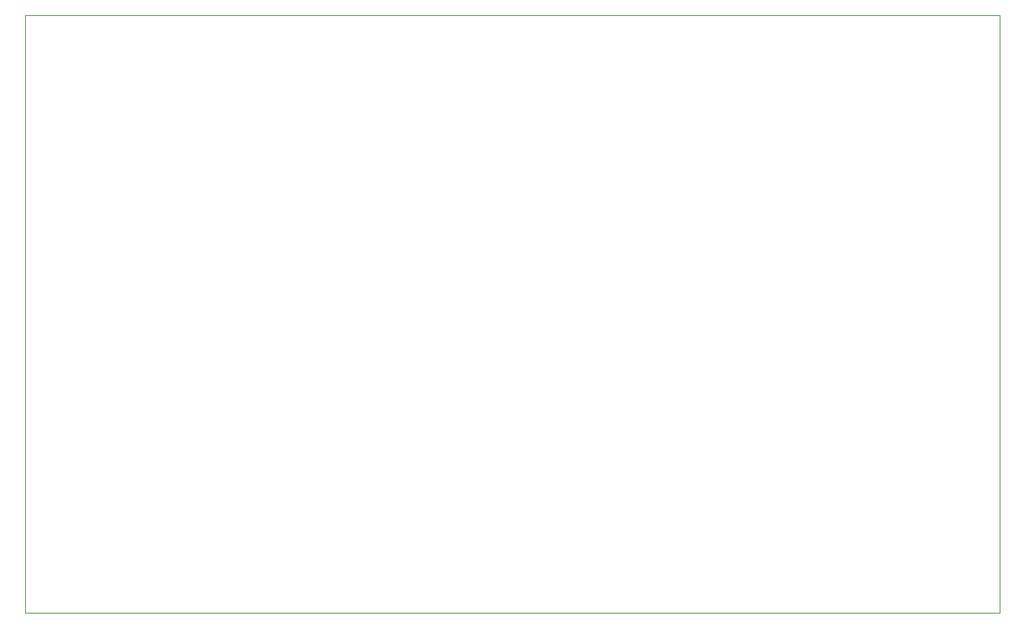
<source format=gm1>
%TF.GenerationSoftware,KiCad,Pcbnew,7.0.7*%
%TF.CreationDate,2024-02-25T13:02:43-05:00*%
%TF.ProjectId,Rover Voltage Sense,526f7665-7220-4566-9f6c-746167652053,rev?*%
%TF.SameCoordinates,Original*%
%TF.FileFunction,Profile,NP*%
%FSLAX46Y46*%
G04 Gerber Fmt 4.6, Leading zero omitted, Abs format (unit mm)*
G04 Created by KiCad (PCBNEW 7.0.7) date 2024-02-25 13:02:43*
%MOMM*%
%LPD*%
G01*
G04 APERTURE LIST*
%TA.AperFunction,Profile*%
%ADD10C,0.100000*%
%TD*%
G04 APERTURE END LIST*
D10*
X32766000Y-18796000D02*
X141224000Y-18796000D01*
X141224000Y-85344000D01*
X32766000Y-85344000D01*
X32766000Y-18796000D01*
M02*

</source>
